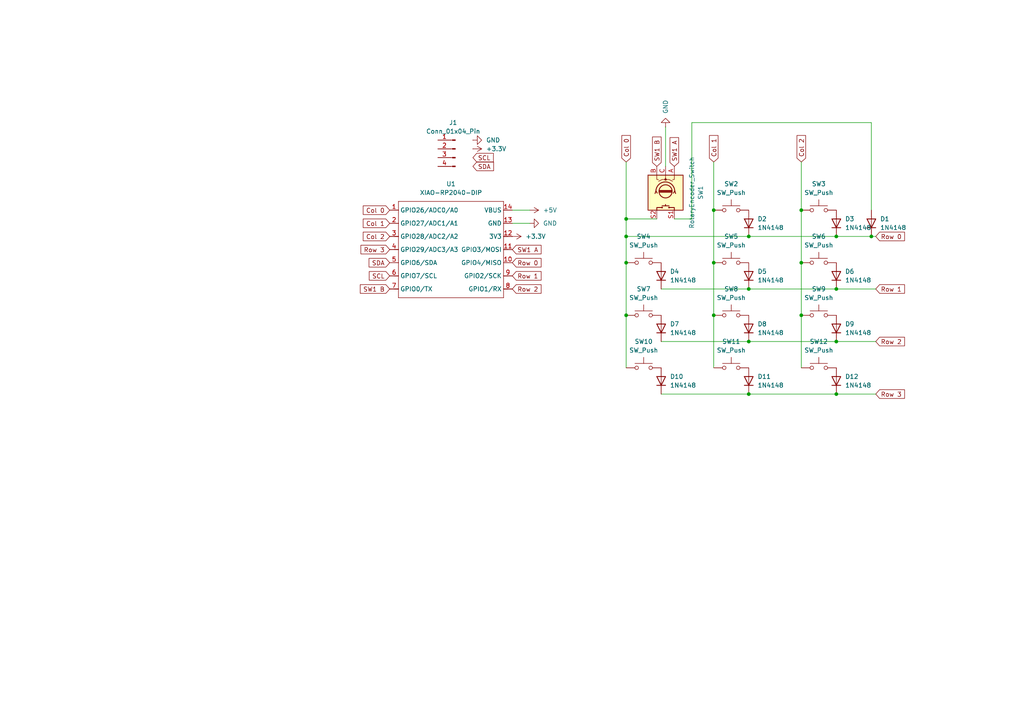
<source format=kicad_sch>
(kicad_sch (version 20250114) (generator "eeschema") (generator_version "9.0")
  (paper "A4")
  (lib_symbols
    (symbol "Connector:Conn_01x04_Pin" (pin_names (offset 1.016) (hide yes))
      (property "Reference" "J" (at 0 5.08 0))
      (property "Value" "Conn_01x04_Pin" (at 0 -7.62 0))
      (symbol "Conn_01x04_Pin_1_1"
        (rectangle (start 0.8636 2.667) (end 0 2.413) (stroke (width 0.1524)) (fill (type outline)))
        (rectangle (start 0.8636 0.127) (end 0 -0.127) (stroke (width 0.1524)) (fill (type outline)))
        (rectangle (start 0.8636 -2.413) (end 0 -2.667) (stroke (width 0.1524)) (fill (type outline)))
        (rectangle (start 0.8636 -4.953) (end 0 -5.207) (stroke (width 0.1524)) (fill (type outline)))
        (polyline (pts (xy 1.27 2.54) (xy 0.8636 2.54)) (stroke (width 0.1524)))
        (polyline (pts (xy 1.27 0) (xy 0.8636 0)) (stroke (width 0.1524)))
        (polyline (pts (xy 1.27 -2.54) (xy 0.8636 -2.54)) (stroke (width 0.1524)))
        (polyline (pts (xy 1.27 -5.08) (xy 0.8636 -5.08)) (stroke (width 0.1524)))
        (pin passive line (at 5.08 2.54 180) (length 3.81) (name "Pin_1") (number "1"))
        (pin passive line (at 5.08 0 180) (length 3.81) (name "Pin_2") (number "2"))
        (pin passive line (at 5.08 -2.54 180) (length 3.81) (name "Pin_3") (number "3"))
        (pin passive line (at 5.08 -5.08 180) (length 3.81) (name "Pin_4") (number "4"))
      )
    )
    (symbol "Device:RotaryEncoder_Switch" (pin_names (offset 0.254) (hide yes))
      (property "Reference" "SW" (at 0 6.604 0))
      (property "Value" "RotaryEncoder_Switch" (at 0 -6.604 0))
      (symbol "RotaryEncoder_Switch_0_1"
        (rectangle (start -5.08 5.08) (end 5.08 -5.08) (stroke (width 0.254)) (fill (type background)))
        (polyline (pts (xy -5.08 2.54) (xy -3.81 2.54) (xy -3.81 2.032)))
        (polyline (pts (xy -5.08 0) (xy -3.81 0) (xy -3.81 -1.016) (xy -3.302 -2.032)))
        (polyline (pts (xy -5.08 -2.54) (xy -3.81 -2.54) (xy -3.81 -2.032)))
        (polyline (pts (xy -4.318 0) (xy -3.81 0) (xy -3.81 1.016) (xy -3.302 2.032)))
        (circle (center -3.81 0) (radius 0.254) (fill (type outline)))
        (polyline (pts (xy -0.635 -1.778) (xy -0.635 1.778)) (stroke (width 0.254)))
        (circle (center -0.381 0) (radius 1.905) (stroke (width 0.254)))
        (polyline (pts (xy -0.381 -1.778) (xy -0.381 1.778)) (stroke (width 0.254)))
        (arc (start -0.381 -2.794) (mid -3.0988 -0.0635) (end -0.381 2.667) (stroke (width 0.254)))
        (polyline (pts (xy -0.127 1.778) (xy -0.127 -1.778)) (stroke (width 0.254)))
        (polyline (pts (xy 0.254 2.921) (xy -0.508 2.667) (xy 0.127 2.286)) (stroke (width 0.254)))
        (polyline (pts (xy 0.254 -3.048) (xy -0.508 -2.794) (xy 0.127 -2.413)) (stroke (width 0.254)))
        (polyline (pts (xy 3.81 1.016) (xy 3.81 -1.016)) (stroke (width 0.254)))
        (polyline (pts (xy 3.81 0) (xy 3.429 0)) (stroke (width 0.254)))
        (circle (center 4.318 1.016) (radius 0.127) (stroke (width 0.254)))
        (circle (center 4.318 -1.016) (radius 0.127) (stroke (width 0.254)))
        (polyline (pts (xy 5.08 2.54) (xy 4.318 2.54) (xy 4.318 1.016)) (stroke (width 0.254)))
        (polyline (pts (xy 5.08 -2.54) (xy 4.318 -2.54) (xy 4.318 -1.016)) (stroke (width 0.254)))
      )
      (symbol "RotaryEncoder_Switch_1_1"
        (pin passive line (at -7.62 2.54 0) (length 2.54) (name "A") (number "A"))
        (pin passive line (at -7.62 0 0) (length 2.54) (name "C") (number "C"))
        (pin passive line (at -7.62 -2.54 0) (length 2.54) (name "B") (number "B"))
        (pin passive line (at 7.62 2.54 180) (length 2.54) (name "S1") (number "S1"))
        (pin passive line (at 7.62 -2.54 180) (length 2.54) (name "S2") (number "S2"))
      )
    )
    (symbol "Diode:1N4148" (pin_numbers (hide yes)) (pin_names (hide yes))
      (property "Reference" "D" (at 0 2.54 0))
      (property "Value" "1N4148" (at 0 -2.54 0))
      (symbol "1N4148_0_1"
        (polyline (pts (xy -1.27 1.27) (xy -1.27 -1.27)) (stroke (width 0.254)))
        (polyline (pts (xy 1.27 1.27) (xy 1.27 -1.27) (xy -1.27 0) (xy 1.27 1.27)) (stroke (width 0.254)))
        (polyline (pts (xy 1.27 0) (xy -1.27 0)))
      )
      (symbol "1N4148_1_1"
        (pin passive line (at -3.81 0 0) (length 2.54) (name "K") (number "1"))
        (pin passive line (at 3.81 0 180) (length 2.54) (name "A") (number "2"))
      )
    )
    (symbol "OPL:XIAO-RP2040-DIP"
      (property "Reference" "U" (at 0 0 0))
      (property "Value" "XIAO-RP2040-DIP" (at 5.334 -1.778 0))
      (symbol "XIAO-RP2040-DIP_1_0"
        (polyline (pts (xy -1.27 -2.54) (xy 29.21 -2.54)) (stroke (width 0.1524)))
        (polyline (pts (xy -1.27 -5.08) (xy -2.54 -5.08)) (stroke (width 0.1524)))
        (polyline (pts (xy -1.27 -5.08) (xy -1.27 -2.54)) (stroke (width 0.1524)))
        (polyline (pts (xy -1.27 -8.89) (xy -2.54 -8.89)) (stroke (width 0.1524)))
        (polyline (pts (xy -1.27 -8.89) (xy -1.27 -5.08)) (stroke (width 0.1524)))
        (polyline (pts (xy -1.27 -12.7) (xy -2.54 -12.7)) (stroke (width 0.1524)))
        (polyline (pts (xy -1.27 -12.7) (xy -1.27 -8.89)) (stroke (width 0.1524)))
        (polyline (pts (xy -1.27 -16.51) (xy -2.54 -16.51)) (stroke (width 0.1524)))
        (polyline (pts (xy -1.27 -16.51) (xy -1.27 -12.7)) (stroke (width 0.1524)))
        (polyline (pts (xy -1.27 -20.32) (xy -2.54 -20.32)) (stroke (width 0.1524)))
        (polyline (pts (xy -1.27 -24.13) (xy -2.54 -24.13)) (stroke (width 0.1524)))
        (polyline (pts (xy -1.27 -27.94) (xy -2.54 -27.94)) (stroke (width 0.1524)))
        (polyline (pts (xy -1.27 -30.48) (xy -1.27 -16.51)) (stroke (width 0.1524)))
        (polyline (pts (xy 29.21 -2.54) (xy 29.21 -5.08)) (stroke (width 0.1524)))
        (polyline (pts (xy 29.21 -5.08) (xy 29.21 -8.89)) (stroke (width 0.1524)))
        (polyline (pts (xy 29.21 -8.89) (xy 29.21 -12.7)) (stroke (width 0.1524)))
        (polyline (pts (xy 29.21 -12.7) (xy 29.21 -30.48)) (stroke (width 0.1524)))
        (polyline (pts (xy 29.21 -30.48) (xy -1.27 -30.48)) (stroke (width 0.1524)))
        (polyline (pts (xy 30.48 -5.08) (xy 29.21 -5.08)) (stroke (width 0.1524)))
        (polyline (pts (xy 30.48 -8.89) (xy 29.21 -8.89)) (stroke (width 0.1524)))
        (polyline (pts (xy 30.48 -12.7) (xy 29.21 -12.7)) (stroke (width 0.1524)))
        (polyline (pts (xy 30.48 -16.51) (xy 29.21 -16.51)) (stroke (width 0.1524)))
        (polyline (pts (xy 30.48 -20.32) (xy 29.21 -20.32)) (stroke (width 0.1524)))
        (polyline (pts (xy 30.48 -24.13) (xy 29.21 -24.13)) (stroke (width 0.1524)))
        (polyline (pts (xy 30.48 -27.94) (xy 29.21 -27.94)) (stroke (width 0.1524)))
        (pin passive line (at -3.81 -5.08 0) (length 2.54) (name "GPIO26/ADC0/A0") (number "1"))
        (pin passive line (at -3.81 -8.89 0) (length 2.54) (name "GPIO27/ADC1/A1") (number "2"))
        (pin passive line (at -3.81 -12.7 0) (length 2.54) (name "GPIO28/ADC2/A2") (number "3"))
        (pin passive line (at -3.81 -16.51 0) (length 2.54) (name "GPIO29/ADC3/A3") (number "4"))
        (pin passive line (at -3.81 -20.32 0) (length 2.54) (name "GPIO6/SDA") (number "5"))
        (pin passive line (at -3.81 -24.13 0) (length 2.54) (name "GPIO7/SCL") (number "6"))
        (pin passive line (at -3.81 -27.94 0) (length 2.54) (name "GPIO0/TX") (number "7"))
        (pin passive line (at 31.75 -5.08 180) (length 2.54) (name "VBUS") (number "14"))
        (pin passive line (at 31.75 -8.89 180) (length 2.54) (name "GND") (number "13"))
        (pin passive line (at 31.75 -12.7 180) (length 2.54) (name "3V3") (number "12"))
        (pin passive line (at 31.75 -16.51 180) (length 2.54) (name "GPIO3/MOSI") (number "11"))
        (pin passive line (at 31.75 -20.32 180) (length 2.54) (name "GPIO4/MISO") (number "10"))
        (pin passive line (at 31.75 -24.13 180) (length 2.54) (name "GPIO2/SCK") (number "9"))
        (pin passive line (at 31.75 -27.94 180) (length 2.54) (name "GPIO1/RX") (number "8"))
      )
    )
    (symbol "Switch:SW_Push" (pin_numbers (hide yes)) (pin_names (offset 1.016) (hide yes))
      (property "Reference" "SW" (at 1.27 2.54 0))
      (property "Value" "SW_Push" (at 0 -1.524 0))
      (symbol "SW_Push_0_1"
        (circle (center -2.032 0) (radius 0.508))
        (polyline (pts (xy 0 1.27) (xy 0 3.048)))
        (circle (center 2.032 0) (radius 0.508))
        (polyline (pts (xy 2.54 1.27) (xy -2.54 1.27)))
        (pin passive line (at -5.08 0 0) (length 2.54) (name "1") (number "1"))
        (pin passive line (at 5.08 0 180) (length 2.54) (name "2") (number "2"))
      )
    )
    (symbol "power:+3.3V" (power) (pin_numbers (hide yes)) (pin_names (offset 0) (hide yes))
      (property "Value" "+3.3V" (at 0 3.556 0))
      (symbol "+3.3V_0_1"
        (polyline (pts (xy -0.762 1.27) (xy 0 2.54)))
        (polyline (pts (xy 0 2.54) (xy 0.762 1.27)))
        (polyline (pts (xy 0 0) (xy 0 2.54)))
      )
      (symbol "+3.3V_1_1"
        (pin power_in line (at 0 0 90) (length 0) (name "~") (number "1"))
      )
    )
    (symbol "power:+5V" (power) (pin_numbers (hide yes)) (pin_names (offset 0) (hide yes))
      (property "Value" "+5V" (at 0 3.556 0))
      (symbol "+5V_0_1"
        (polyline (pts (xy -0.762 1.27) (xy 0 2.54)))
        (polyline (pts (xy 0 2.54) (xy 0.762 1.27)))
        (polyline (pts (xy 0 0) (xy 0 2.54)))
      )
      (symbol "+5V_1_1"
        (pin power_in line (at 0 0 90) (length 0) (name "~") (number "1"))
      )
    )
    (symbol "power:GND" (power) (pin_numbers (hide yes)) (pin_names (offset 0) (hide yes))
      (property "Value" "GND" (at 0 -3.81 0))
      (symbol "GND_0_1"
        (polyline (pts (xy 0 0) (xy 0 -1.27) (xy 1.27 -1.27) (xy 0 -2.54) (xy -1.27 -1.27) (xy 0 -1.27)))
      )
      (symbol "GND_1_1"
        (pin power_in line (at 0 0 270) (length 0) (name "~") (number "1"))
      )
    )
  )
  (junction (at 181.61 91.44))
  (junction (at 242.57 68.58))
  (junction (at 181.61 76.2))
  (junction (at 207.01 60.96))
  (junction (at 207.01 76.2))
  (junction (at 217.17 83.82))
  (junction (at 232.41 60.96))
  (junction (at 217.17 68.58))
  (junction (at 252.73 68.58))
  (junction (at 242.57 83.82))
  (junction (at 232.41 76.2))
  (junction (at 242.57 114.3))
  (junction (at 181.61 63.5))
  (junction (at 207.01 91.44))
  (junction (at 217.17 99.06))
  (junction (at 232.41 91.44))
  (junction (at 242.57 99.06))
  (junction (at 217.17 114.3))
  (junction (at 181.61 68.58))
  (wire (pts (xy 207.01 91.44) (xy 207.01 106.68)))
  (wire (pts (xy 217.17 83.82) (xy 242.57 83.82)))
  (wire (pts (xy 191.77 99.06) (xy 217.17 99.06)))
  (wire (pts (xy 193.04 36.83) (xy 193.04 48.26)))
  (wire (pts (xy 200.66 63.5) (xy 200.66 35.56)))
  (wire (pts (xy 181.61 91.44) (xy 184.15 91.44)))
  (wire (pts (xy 242.57 68.58) (xy 252.73 68.58)))
  (wire (pts (xy 181.61 63.5) (xy 190.5 63.5)))
  (wire (pts (xy 148.59 60.96) (xy 153.67 60.96)))
  (wire (pts (xy 232.41 60.96) (xy 232.41 76.2)))
  (wire (pts (xy 232.41 91.44) (xy 232.41 106.68)))
  (wire (pts (xy 207.01 46.99) (xy 207.01 60.96)))
  (wire (pts (xy 252.73 68.58) (xy 254 68.58)))
  (wire (pts (xy 207.01 60.96) (xy 207.01 76.2)))
  (wire (pts (xy 217.17 99.06) (xy 242.57 99.06)))
  (wire (pts (xy 181.61 91.44) (xy 181.61 106.68)))
  (wire (pts (xy 242.57 83.82) (xy 254 83.82)))
  (wire (pts (xy 207.01 76.2) (xy 207.01 91.44)))
  (wire (pts (xy 191.77 114.3) (xy 217.17 114.3)))
  (wire (pts (xy 232.41 46.99) (xy 232.41 60.96)))
  (wire (pts (xy 232.41 76.2) (xy 232.41 91.44)))
  (wire (pts (xy 217.17 114.3) (xy 242.57 114.3)))
  (wire (pts (xy 217.17 68.58) (xy 242.57 68.58)))
  (wire (pts (xy 181.61 68.58) (xy 217.17 68.58)))
  (wire (pts (xy 242.57 99.06) (xy 254 99.06)))
  (wire (pts (xy 191.77 83.82) (xy 217.17 83.82)))
  (wire (pts (xy 242.57 114.3) (xy 254 114.3)))
  (wire (pts (xy 181.61 63.5) (xy 181.61 68.58)))
  (wire (pts (xy 148.59 64.77) (xy 153.67 64.77)))
  (wire (pts (xy 181.61 46.99) (xy 181.61 63.5)))
  (wire (pts (xy 252.73 35.56) (xy 252.73 60.96)))
  (wire (pts (xy 181.61 68.58) (xy 181.61 76.2)))
  (wire (pts (xy 200.66 35.56) (xy 252.73 35.56)))
  (wire (pts (xy 181.61 76.2) (xy 181.61 91.44)))
  (wire (pts (xy 195.58 63.5) (xy 200.66 63.5)))
  (global_label "SDA" (shape input) (at 113.03 76.2 180) (property "Intersheetrefs" "${INTERSHEET_REFS}" (effects (hide yes))))
  (global_label "SW1 A" (shape input) (at 148.59 72.39 0) (property "Intersheetrefs" "${INTERSHEET_REFS}" (effects (hide yes))))
  (global_label "Col 2" (shape input) (at 232.41 46.99 90) (property "Intersheetrefs" "${INTERSHEET_REFS}" (effects (hide yes))))
  (global_label "SCL" (shape input) (at 137.16 45.72 0) (property "Intersheetrefs" "${INTERSHEET_REFS}" (effects (hide yes))))
  (global_label "Row 2" (shape input) (at 254 99.06 0) (property "Intersheetrefs" "${INTERSHEET_REFS}" (effects (hide yes))))
  (global_label "Col 1" (shape input) (at 113.03 64.77 180) (property "Intersheetrefs" "${INTERSHEET_REFS}" (effects (hide yes))))
  (global_label "Row 3" (shape input) (at 113.03 72.39 180) (property "Intersheetrefs" "${INTERSHEET_REFS}" (effects (hide yes))))
  (global_label "SDA" (shape input) (at 137.16 48.26 0) (property "Intersheetrefs" "${INTERSHEET_REFS}" (effects (hide yes))))
  (global_label "SCL" (shape input) (at 113.03 80.01 180) (property "Intersheetrefs" "${INTERSHEET_REFS}" (effects (hide yes))))
  (global_label "SW1 B" (shape input) (at 113.03 83.82 180) (property "Intersheetrefs" "${INTERSHEET_REFS}" (effects (hide yes))))
  (global_label "Col 1" (shape input) (at 207.01 46.99 90) (property "Intersheetrefs" "${INTERSHEET_REFS}" (effects (hide yes))))
  (global_label "SW1 B" (shape input) (at 190.5 48.26 90) (property "Intersheetrefs" "${INTERSHEET_REFS}" (effects (hide yes))))
  (global_label "SW1 A" (shape input) (at 195.58 48.26 90) (property "Intersheetrefs" "${INTERSHEET_REFS}" (effects (hide yes))))
  (global_label "Row 0" (shape input) (at 254 68.58 0) (property "Intersheetrefs" "${INTERSHEET_REFS}" (effects (hide yes))))
  (global_label "Col 0" (shape input) (at 113.03 60.96 180) (property "Intersheetrefs" "${INTERSHEET_REFS}" (effects (hide yes))))
  (global_label "Col 2" (shape input) (at 113.03 68.58 180) (property "Intersheetrefs" "${INTERSHEET_REFS}" (effects (hide yes))))
  (global_label "Row 2" (shape input) (at 148.59 83.82 0) (property "Intersheetrefs" "${INTERSHEET_REFS}" (effects (hide yes))))
  (global_label "Row 3" (shape input) (at 254 114.3 0) (property "Intersheetrefs" "${INTERSHEET_REFS}" (effects (hide yes))))
  (global_label "Col 0" (shape input) (at 181.61 46.99 90) (property "Intersheetrefs" "${INTERSHEET_REFS}" (effects (hide yes))))
  (global_label "Row 1" (shape input) (at 148.59 80.01 0) (property "Intersheetrefs" "${INTERSHEET_REFS}" (effects (hide yes))))
  (global_label "Row 1" (shape input) (at 254 83.82 0) (property "Intersheetrefs" "${INTERSHEET_REFS}" (effects (hide yes))))
  (global_label "Row 0" (shape input) (at 148.59 76.2 0) (property "Intersheetrefs" "${INTERSHEET_REFS}" (effects (hide yes))))
  (symbol (lib_id "Switch:SW_Push") (at 237.49 60.96 0) (unit 1)
    (property "Reference" "SW3" (at 237.49 53.34 0))
    (property "Value" "SW_Push" (at 237.49 55.88 0))
    (property "Footprint" "Button_Switch_Keyboard:SW_Cherry_MX_1.00u_PCB" (effects (hide yes)))
    (property "Description" "Push button switch, generic, two pins" (effects (hide yes)))
  )
  (symbol (lib_id "Diode:1N4148") (at 242.57 64.77 90) (unit 1)
    (property "Reference" "D3" (at 245.11 63.4999 90) (effects (justify right)))
    (property "Value" "1N4148" (at 245.11 66.0399 90) (effects (justify right)))
    (property "Footprint" "Diode_THT:D_DO-35_SOD27_P7.62mm_Horizontal" (effects (hide yes)))
    (property "Datasheet" "https://assets.nexperia.com/documents/data-sheet/1N4148_1N4448.pdf" (effects (hide yes)))
    (property "Description" "100V 0.15A standard switching diode, DO-35" (effects (hide yes)))
    (property "Sim.Device" "D" (effects (hide yes)))
    (property "Sim.Pins" "1=K 2=A" (effects (hide yes)))
  )
  (symbol (lib_id "Switch:SW_Push") (at 212.09 106.68 0) (unit 1)
    (property "Reference" "SW11" (at 212.09 99.06 0))
    (property "Value" "SW_Push" (at 212.09 101.6 0))
    (property "Footprint" "Button_Switch_Keyboard:SW_Cherry_MX_1.00u_PCB" (effects (hide yes)))
    (property "Description" "Push button switch, generic, two pins" (effects (hide yes)))
  )
  (symbol (lib_id "Switch:SW_Push") (at 237.49 106.68 0) (unit 1)
    (property "Reference" "SW12" (at 237.49 99.06 0))
    (property "Value" "SW_Push" (at 237.49 101.6 0))
    (property "Footprint" "Button_Switch_Keyboard:SW_Cherry_MX_1.00u_PCB" (effects (hide yes)))
    (property "Description" "Push button switch, generic, two pins" (effects (hide yes)))
  )
  (symbol (lib_id "Diode:1N4148") (at 217.17 64.77 90) (unit 1)
    (property "Reference" "D2" (at 219.71 63.4999 90) (effects (justify right)))
    (property "Value" "1N4148" (at 219.71 66.0399 90) (effects (justify right)))
    (property "Footprint" "Diode_THT:D_DO-35_SOD27_P7.62mm_Horizontal" (effects (hide yes)))
    (property "Datasheet" "https://assets.nexperia.com/documents/data-sheet/1N4148_1N4448.pdf" (effects (hide yes)))
    (property "Description" "100V 0.15A standard switching diode, DO-35" (effects (hide yes)))
    (property "Sim.Device" "D" (effects (hide yes)))
    (property "Sim.Pins" "1=K 2=A" (effects (hide yes)))
  )
  (symbol (lib_id "Diode:1N4148") (at 191.77 110.49 90) (unit 1)
    (property "Reference" "D10" (at 194.31 109.2199 90) (effects (justify right)))
    (property "Value" "1N4148" (at 194.31 111.7599 90) (effects (justify right)))
    (property "Footprint" "Diode_THT:D_DO-35_SOD27_P7.62mm_Horizontal" (effects (hide yes)))
    (property "Datasheet" "https://assets.nexperia.com/documents/data-sheet/1N4148_1N4448.pdf" (effects (hide yes)))
    (property "Description" "100V 0.15A standard switching diode, DO-35" (effects (hide yes)))
    (property "Sim.Device" "D" (effects (hide yes)))
    (property "Sim.Pins" "1=K 2=A" (effects (hide yes)))
  )
  (symbol (lib_id "Diode:1N4148") (at 191.77 95.25 90) (unit 1)
    (property "Reference" "D7" (at 194.31 93.9799 90) (effects (justify right)))
    (property "Value" "1N4148" (at 194.31 96.5199 90) (effects (justify right)))
    (property "Footprint" "Diode_THT:D_DO-35_SOD27_P7.62mm_Horizontal" (effects (hide yes)))
    (property "Datasheet" "https://assets.nexperia.com/documents/data-sheet/1N4148_1N4448.pdf" (effects (hide yes)))
    (property "Description" "100V 0.15A standard switching diode, DO-35" (effects (hide yes)))
    (property "Sim.Device" "D" (effects (hide yes)))
    (property "Sim.Pins" "1=K 2=A" (effects (hide yes)))
  )
  (symbol (lib_id "power:GND") (at 153.67 64.77 90) (unit 1)
    (property "Reference" "#PWR04" (effects (hide yes)))
    (property "Value" "GND" (at 157.48 64.7699 90) (effects (justify right)))
    (property "Description" "Power symbol creates a global label with name \"GND\" , ground" (effects (hide yes)))
  )
  (symbol (lib_id "Switch:SW_Push") (at 237.49 76.2 0) (unit 1)
    (property "Reference" "SW6" (at 237.49 68.58 0))
    (property "Value" "SW_Push" (at 237.49 71.12 0))
    (property "Footprint" "Button_Switch_Keyboard:SW_Cherry_MX_1.00u_PCB" (effects (hide yes)))
    (property "Description" "Push button switch, generic, two pins" (effects (hide yes)))
  )
  (symbol (lib_id "Switch:SW_Push") (at 212.09 76.2 0) (unit 1)
    (property "Reference" "SW5" (at 212.09 68.58 0))
    (property "Value" "SW_Push" (at 212.09 71.12 0))
    (property "Footprint" "Button_Switch_Keyboard:SW_Cherry_MX_1.00u_PCB" (effects (hide yes)))
    (property "Description" "Push button switch, generic, two pins" (effects (hide yes)))
  )
  (symbol (lib_id "Connector:Conn_01x04_Pin") (at 132.08 43.18 0) (mirror y) (unit 1)
    (property "Reference" "J1" (at 131.445 35.56 0))
    (property "Value" "Conn_01x04_Pin" (at 131.445 38.1 0))
    (property "Footprint" "Oled 128x32:SSD1306-0.91-OLED-4pin-128x32" (effects (hide yes)))
    (property "Description" "Generic connector, single row, 01x04, script generated" (effects (hide yes)))
  )
  (symbol (lib_id "power:+3.3V") (at 137.16 43.18 270) (unit 1)
    (property "Reference" "#PWR02" (effects (hide yes)))
    (property "Value" "+3.3V" (at 140.97 43.1799 90) (effects (justify left)))
    (property "Description" "Power symbol creates a global label with name \"+3.3V\"" (effects (hide yes)))
  )
  (symbol (lib_id "Switch:SW_Push") (at 212.09 60.96 0) (unit 1)
    (property "Reference" "SW2" (at 212.09 53.34 0))
    (property "Value" "SW_Push" (at 212.09 55.88 0))
    (property "Footprint" "Button_Switch_Keyboard:SW_Cherry_MX_1.00u_PCB" (effects (hide yes)))
    (property "Description" "Push button switch, generic, two pins" (effects (hide yes)))
  )
  (symbol (lib_id "Switch:SW_Push") (at 186.69 76.2 0) (unit 1)
    (property "Reference" "SW4" (at 186.69 68.58 0))
    (property "Value" "SW_Push" (at 186.69 71.12 0))
    (property "Footprint" "Button_Switch_Keyboard:SW_Cherry_MX_1.00u_PCB" (effects (hide yes)))
    (property "Description" "Push button switch, generic, two pins" (effects (hide yes)))
  )
  (symbol (lib_id "Switch:SW_Push") (at 237.49 91.44 0) (unit 1)
    (property "Reference" "SW9" (at 237.49 83.82 0))
    (property "Value" "SW_Push" (at 237.49 86.36 0))
    (property "Footprint" "Button_Switch_Keyboard:SW_Cherry_MX_1.00u_PCB" (effects (hide yes)))
    (property "Description" "Push button switch, generic, two pins" (effects (hide yes)))
  )
  (symbol (lib_id "Diode:1N4148") (at 242.57 95.25 90) (unit 1)
    (property "Reference" "D9" (at 245.11 93.9799 90) (effects (justify right)))
    (property "Value" "1N4148" (at 245.11 96.5199 90) (effects (justify right)))
    (property "Footprint" "Diode_THT:D_DO-35_SOD27_P7.62mm_Horizontal" (effects (hide yes)))
    (property "Datasheet" "https://assets.nexperia.com/documents/data-sheet/1N4148_1N4448.pdf" (effects (hide yes)))
    (property "Description" "100V 0.15A standard switching diode, DO-35" (effects (hide yes)))
    (property "Sim.Device" "D" (effects (hide yes)))
    (property "Sim.Pins" "1=K 2=A" (effects (hide yes)))
  )
  (symbol (lib_id "power:GND") (at 193.04 36.83 180) (unit 1)
    (property "Reference" "#PWR01" (effects (hide yes)))
    (property "Value" "GND" (at 193.0401 33.02 90) (effects (justify right)))
    (property "Description" "Power symbol creates a global label with name \"GND\" , ground" (effects (hide yes)))
  )
  (symbol (lib_id "power:GND") (at 137.16 40.64 90) (unit 1)
    (property "Reference" "#PWR07" (effects (hide yes)))
    (property "Value" "GND" (at 140.97 40.6399 90) (effects (justify right)))
    (property "Description" "Power symbol creates a global label with name \"GND\" , ground" (effects (hide yes)))
  )
  (symbol (lib_id "Diode:1N4148") (at 217.17 110.49 90) (unit 1)
    (property "Reference" "D11" (at 219.71 109.2199 90) (effects (justify right)))
    (property "Value" "1N4148" (at 219.71 111.7599 90) (effects (justify right)))
    (property "Footprint" "Diode_THT:D_DO-35_SOD27_P7.62mm_Horizontal" (effects (hide yes)))
    (property "Datasheet" "https://assets.nexperia.com/documents/data-sheet/1N4148_1N4448.pdf" (effects (hide yes)))
    (property "Description" "100V 0.15A standard switching diode, DO-35" (effects (hide yes)))
    (property "Sim.Device" "D" (effects (hide yes)))
    (property "Sim.Pins" "1=K 2=A" (effects (hide yes)))
  )
  (symbol (lib_id "Device:RotaryEncoder_Switch") (at 193.04 55.88 270) (unit 1)
    (property "Reference" "SW1" (at 203.2 55.88 0))
    (property "Value" "RotaryEncoder_Switch" (at 200.66 55.88 0))
    (property "Footprint" "Rotary_Encoder:RotaryEncoder_Alps_EC11E-Switch_Vertical_H20mm" (effects (hide yes)))
    (property "Description" "Rotary encoder, dual channel, incremental quadrate outputs, with switch" (effects (hide yes)))
  )
  (symbol (lib_id "Switch:SW_Push") (at 212.09 91.44 0) (unit 1)
    (property "Reference" "SW8" (at 212.09 83.82 0))
    (property "Value" "SW_Push" (at 212.09 86.36 0))
    (property "Footprint" "Button_Switch_Keyboard:SW_Cherry_MX_1.00u_PCB" (effects (hide yes)))
    (property "Description" "Push button switch, generic, two pins" (effects (hide yes)))
  )
  (symbol (lib_id "Diode:1N4148") (at 217.17 80.01 90) (unit 1)
    (property "Reference" "D5" (at 219.71 78.7399 90) (effects (justify right)))
    (property "Value" "1N4148" (at 219.71 81.2799 90) (effects (justify right)))
    (property "Footprint" "Diode_THT:D_DO-35_SOD27_P7.62mm_Horizontal" (effects (hide yes)))
    (property "Datasheet" "https://assets.nexperia.com/documents/data-sheet/1N4148_1N4448.pdf" (effects (hide yes)))
    (property "Description" "100V 0.15A standard switching diode, DO-35" (effects (hide yes)))
    (property "Sim.Device" "D" (effects (hide yes)))
    (property "Sim.Pins" "1=K 2=A" (effects (hide yes)))
  )
  (symbol (lib_id "Diode:1N4148") (at 191.77 80.01 90) (unit 1)
    (property "Reference" "D4" (at 194.31 78.7399 90) (effects (justify right)))
    (property "Value" "1N4148" (at 194.31 81.2799 90) (effects (justify right)))
    (property "Footprint" "Diode_THT:D_DO-35_SOD27_P7.62mm_Horizontal" (effects (hide yes)))
    (property "Datasheet" "https://assets.nexperia.com/documents/data-sheet/1N4148_1N4448.pdf" (effects (hide yes)))
    (property "Description" "100V 0.15A standard switching diode, DO-35" (effects (hide yes)))
    (property "Sim.Device" "D" (effects (hide yes)))
    (property "Sim.Pins" "1=K 2=A" (effects (hide yes)))
  )
  (symbol (lib_id "Diode:1N4148") (at 242.57 80.01 90) (unit 1)
    (property "Reference" "D6" (at 245.11 78.7399 90) (effects (justify right)))
    (property "Value" "1N4148" (at 245.11 81.2799 90) (effects (justify right)))
    (property "Footprint" "Diode_THT:D_DO-35_SOD27_P7.62mm_Horizontal" (effects (hide yes)))
    (property "Datasheet" "https://assets.nexperia.com/documents/data-sheet/1N4148_1N4448.pdf" (effects (hide yes)))
    (property "Description" "100V 0.15A standard switching diode, DO-35" (effects (hide yes)))
    (property "Sim.Device" "D" (effects (hide yes)))
    (property "Sim.Pins" "1=K 2=A" (effects (hide yes)))
  )
  (symbol (lib_id "OPL:XIAO-RP2040-DIP") (at 116.84 55.88 0) (unit 1)
    (property "Reference" "U1" (at 130.81 53.34 0))
    (property "Value" "XIAO-RP2040-DIP" (at 130.81 55.88 0))
    (property "Footprint" "OPL:XIAO-RP2040-DIP" (effects (hide yes)))
  )
  (symbol (lib_id "Diode:1N4148") (at 252.73 64.77 90) (unit 1)
    (property "Reference" "D1" (at 255.27 63.4999 90) (effects (justify right)))
    (property "Value" "1N4148" (at 255.27 66.0399 90) (effects (justify right)))
    (property "Footprint" "Diode_THT:D_DO-35_SOD27_P7.62mm_Horizontal" (effects (hide yes)))
    (property "Datasheet" "https://assets.nexperia.com/documents/data-sheet/1N4148_1N4448.pdf" (effects (hide yes)))
    (property "Description" "100V 0.15A standard switching diode, DO-35" (effects (hide yes)))
    (property "Sim.Device" "D" (effects (hide yes)))
    (property "Sim.Pins" "1=K 2=A" (effects (hide yes)))
  )
  (symbol (lib_id "Switch:SW_Push") (at 186.69 91.44 0) (unit 1)
    (property "Reference" "SW7" (at 186.69 83.82 0))
    (property "Value" "SW_Push" (at 186.69 86.36 0))
    (property "Footprint" "Button_Switch_Keyboard:SW_Cherry_MX_1.00u_PCB" (effects (hide yes)))
    (property "Description" "Push button switch, generic, two pins" (effects (hide yes)))
  )
  (symbol (lib_id "Diode:1N4148") (at 217.17 95.25 90) (unit 1)
    (property "Reference" "D8" (at 219.71 93.9799 90) (effects (justify right)))
    (property "Value" "1N4148" (at 219.71 96.5199 90) (effects (justify right)))
    (property "Footprint" "Diode_THT:D_DO-35_SOD27_P7.62mm_Horizontal" (effects (hide yes)))
    (property "Datasheet" "https://assets.nexperia.com/documents/data-sheet/1N4148_1N4448.pdf" (effects (hide yes)))
    (property "Description" "100V 0.15A standard switching diode, DO-35" (effects (hide yes)))
    (property "Sim.Device" "D" (effects (hide yes)))
    (property "Sim.Pins" "1=K 2=A" (effects (hide yes)))
  )
  (symbol (lib_id "Diode:1N4148") (at 242.57 110.49 90) (unit 1)
    (property "Reference" "D12" (at 245.11 109.2199 90) (effects (justify right)))
    (property "Value" "1N4148" (at 245.11 111.7599 90) (effects (justify right)))
    (property "Footprint" "Diode_THT:D_DO-35_SOD27_P7.62mm_Horizontal" (effects (hide yes)))
    (property "Datasheet" "https://assets.nexperia.com/documents/data-sheet/1N4148_1N4448.pdf" (effects (hide yes)))
    (property "Description" "100V 0.15A standard switching diode, DO-35" (effects (hide yes)))
    (property "Sim.Device" "D" (effects (hide yes)))
    (property "Sim.Pins" "1=K 2=A" (effects (hide yes)))
  )
  (symbol (lib_id "power:+5V") (at 153.67 60.96 270) (unit 1)
    (property "Reference" "#PWR05" (effects (hide yes)))
    (property "Value" "+5V" (at 157.48 60.9599 90) (effects (justify left)))
    (property "Description" "Power symbol creates a global label with name \"+5V\"" (effects (hide yes)))
  )
  (symbol (lib_id "power:+3.3V") (at 148.59 68.58 270) (unit 1)
    (property "Reference" "#PWR03" (effects (hide yes)))
    (property "Value" "+3.3V" (at 152.4 68.5799 90) (effects (justify left)))
    (property "Description" "Power symbol creates a global label with name \"+3.3V\"" (effects (hide yes)))
  )
  (symbol (lib_id "Switch:SW_Push") (at 186.69 106.68 0) (unit 1)
    (property "Reference" "SW10" (at 186.69 99.06 0))
    (property "Value" "SW_Push" (at 186.69 101.6 0))
    (property "Footprint" "Button_Switch_Keyboard:SW_Cherry_MX_1.00u_PCB" (effects (hide yes)))
    (property "Description" "Push button switch, generic, two pins" (effects (hide yes)))
  )
)
</source>
